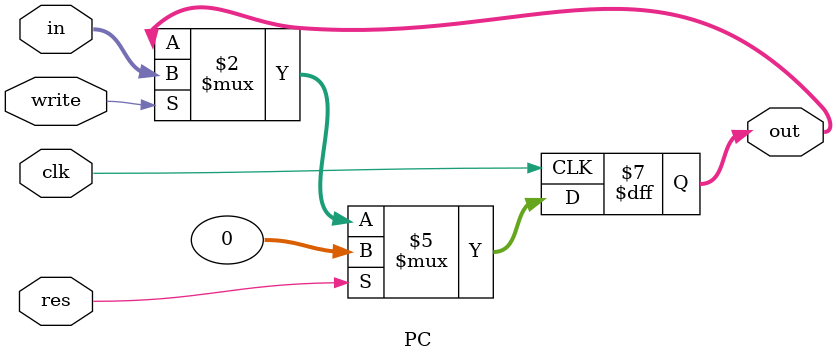
<source format=v>
`timescale 1ns / 1ps


module PC(input clk, res, write,
          input [31:0] in,
          output reg [31:0] out);
          
    always @(posedge clk) 
    begin
        if (res)
            out <= 32'b0;
        else if (write)
            out <= in;
    end
      
endmodule

</source>
